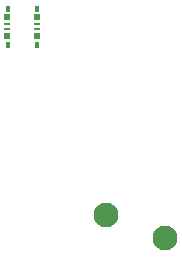
<source format=gbp>
G04 #@! TF.GenerationSoftware,KiCad,Pcbnew,(5.0.2)-1*
G04 #@! TF.CreationDate,2019-05-03T13:45:30-04:00*
G04 #@! TF.ProjectId,PowConnV1,506f7743-6f6e-46e5-9631-2e6b69636164,V2*
G04 #@! TF.SameCoordinates,Original*
G04 #@! TF.FileFunction,Paste,Bot*
G04 #@! TF.FilePolarity,Positive*
%FSLAX46Y46*%
G04 Gerber Fmt 4.6, Leading zero omitted, Abs format (unit mm)*
G04 Created by KiCad (PCBNEW (5.0.2)-1) date 5/3/2019 1:45:30 PM*
%MOMM*%
%LPD*%
G01*
G04 APERTURE LIST*
%ADD10R,0.520000X0.580000*%
%ADD11R,0.520000X0.270000*%
%ADD12R,0.330000X0.480000*%
%ADD13C,2.100000*%
G04 APERTURE END LIST*
D10*
G04 #@! TO.C,P1*
X41539480Y-95631480D03*
D11*
X41539480Y-96643480D03*
X41539480Y-96219480D03*
D12*
X41504480Y-97961480D03*
D10*
X39039480Y-95631480D03*
D11*
X39039480Y-96219480D03*
X39039480Y-96643480D03*
D10*
X39039480Y-97231480D03*
X41539480Y-97231480D03*
D12*
X41504480Y-94901480D03*
X39074480Y-97961480D03*
X39074480Y-94901480D03*
G04 #@! TD*
D13*
G04 #@! TO.C,P4*
X52400200Y-114360960D03*
G04 #@! TD*
G04 #@! TO.C,P5*
X47411640Y-112354360D03*
G04 #@! TD*
M02*

</source>
